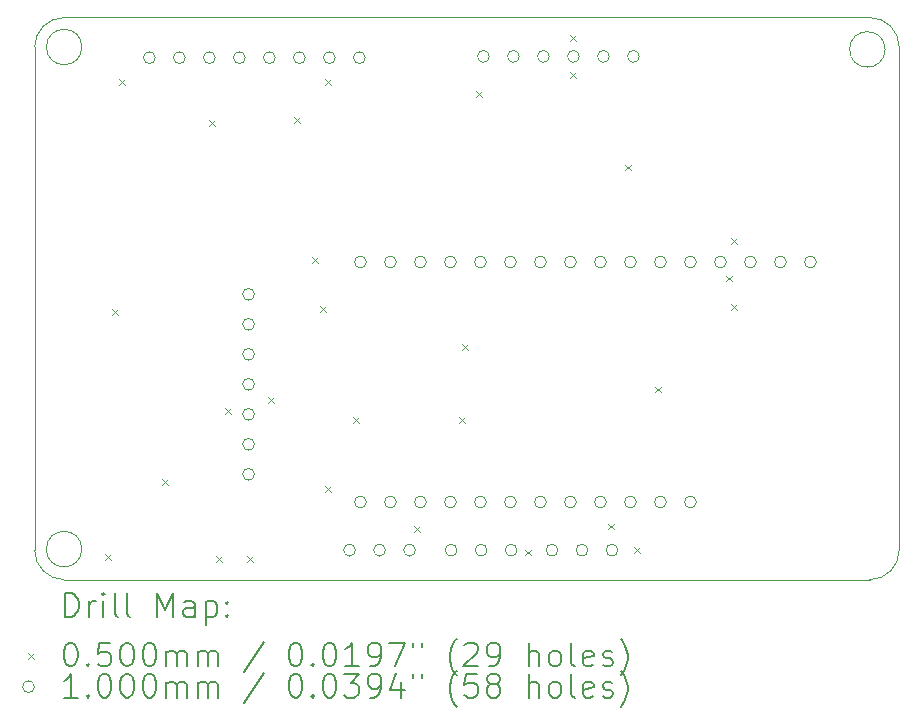
<source format=gbr>
%TF.GenerationSoftware,KiCad,Pcbnew,9.0.7*%
%TF.CreationDate,2026-02-04T13:12:11-08:00*%
%TF.ProjectId,BasicDatalogger,42617369-6344-4617-9461-6c6f67676572,rev?*%
%TF.SameCoordinates,Original*%
%TF.FileFunction,Drillmap*%
%TF.FilePolarity,Positive*%
%FSLAX45Y45*%
G04 Gerber Fmt 4.5, Leading zero omitted, Abs format (unit mm)*
G04 Created by KiCad (PCBNEW 9.0.7) date 2026-02-04 13:12:11*
%MOMM*%
%LPD*%
G01*
G04 APERTURE LIST*
%ADD10C,0.050000*%
%ADD11C,0.200000*%
%ADD12C,0.100000*%
G04 APERTURE END LIST*
D10*
X7340000Y-3180000D02*
G75*
G02*
X7590000Y-2930000I250000J0D01*
G01*
X14660000Y-7440000D02*
G75*
G02*
X14410000Y-7690000I-250000J0D01*
G01*
X7340000Y-7440000D02*
X7340000Y-3180000D01*
X14410000Y-7690000D02*
X7590000Y-7690000D01*
X14660000Y-3180000D02*
X14660000Y-7440000D01*
X14540000Y-3200000D02*
G75*
G02*
X14240000Y-3200000I-150000J0D01*
G01*
X14240000Y-3200000D02*
G75*
G02*
X14540000Y-3200000I150000J0D01*
G01*
X14410000Y-2930000D02*
G75*
G02*
X14660000Y-3180000I0J-250000D01*
G01*
X7590000Y-7690000D02*
G75*
G02*
X7340000Y-7440000I0J250000D01*
G01*
X7740000Y-3180000D02*
G75*
G02*
X7440000Y-3180000I-150000J0D01*
G01*
X7440000Y-3180000D02*
G75*
G02*
X7740000Y-3180000I150000J0D01*
G01*
X7738890Y-7431080D02*
G75*
G02*
X7438890Y-7431080I-150000J0D01*
G01*
X7438890Y-7431080D02*
G75*
G02*
X7738890Y-7431080I150000J0D01*
G01*
X7590000Y-2930000D02*
X14410000Y-2930000D01*
D11*
D12*
X7935000Y-7475000D02*
X7985000Y-7525000D01*
X7985000Y-7475000D02*
X7935000Y-7525000D01*
X7995000Y-5395000D02*
X8045000Y-5445000D01*
X8045000Y-5395000D02*
X7995000Y-5445000D01*
X8055000Y-3455000D02*
X8105000Y-3505000D01*
X8105000Y-3455000D02*
X8055000Y-3505000D01*
X8415000Y-6835000D02*
X8465000Y-6885000D01*
X8465000Y-6835000D02*
X8415000Y-6885000D01*
X8815000Y-3795000D02*
X8865000Y-3845000D01*
X8865000Y-3795000D02*
X8815000Y-3845000D01*
X8878905Y-7493241D02*
X8928905Y-7543241D01*
X8928905Y-7493241D02*
X8878905Y-7543241D01*
X8955000Y-6235000D02*
X9005000Y-6285000D01*
X9005000Y-6235000D02*
X8955000Y-6285000D01*
X9135158Y-7493241D02*
X9185158Y-7543241D01*
X9185158Y-7493241D02*
X9135158Y-7543241D01*
X9315000Y-6145000D02*
X9365000Y-6195000D01*
X9365000Y-6145000D02*
X9315000Y-6195000D01*
X9535000Y-3775000D02*
X9585000Y-3825000D01*
X9585000Y-3775000D02*
X9535000Y-3825000D01*
X9685000Y-4955000D02*
X9735000Y-5005000D01*
X9735000Y-4955000D02*
X9685000Y-5005000D01*
X9755000Y-5372241D02*
X9805000Y-5422241D01*
X9805000Y-5372241D02*
X9755000Y-5422241D01*
X9795000Y-3455000D02*
X9845000Y-3505000D01*
X9845000Y-3455000D02*
X9795000Y-3505000D01*
X9795000Y-6895000D02*
X9845000Y-6945000D01*
X9845000Y-6895000D02*
X9795000Y-6945000D01*
X10035000Y-6315000D02*
X10085000Y-6365000D01*
X10085000Y-6315000D02*
X10035000Y-6365000D01*
X10555000Y-7235000D02*
X10605000Y-7285000D01*
X10605000Y-7235000D02*
X10555000Y-7285000D01*
X10935000Y-6315000D02*
X10985000Y-6365000D01*
X10985000Y-6315000D02*
X10935000Y-6365000D01*
X10955000Y-5695000D02*
X11005000Y-5745000D01*
X11005000Y-5695000D02*
X10955000Y-5745000D01*
X11075000Y-3555000D02*
X11125000Y-3605000D01*
X11125000Y-3555000D02*
X11075000Y-3605000D01*
X11495000Y-7435000D02*
X11545000Y-7485000D01*
X11545000Y-7435000D02*
X11495000Y-7485000D01*
X11875000Y-3075000D02*
X11925000Y-3125000D01*
X11925000Y-3075000D02*
X11875000Y-3125000D01*
X11875000Y-3395000D02*
X11925000Y-3445000D01*
X11925000Y-3395000D02*
X11875000Y-3445000D01*
X12195000Y-7215000D02*
X12245000Y-7265000D01*
X12245000Y-7215000D02*
X12195000Y-7265000D01*
X12335000Y-4175000D02*
X12385000Y-4225000D01*
X12385000Y-4175000D02*
X12335000Y-4225000D01*
X12415000Y-7415000D02*
X12465000Y-7465000D01*
X12465000Y-7415000D02*
X12415000Y-7465000D01*
X12595000Y-6055000D02*
X12645000Y-6105000D01*
X12645000Y-6055000D02*
X12595000Y-6105000D01*
X13195000Y-5115000D02*
X13245000Y-5165000D01*
X13245000Y-5115000D02*
X13195000Y-5165000D01*
X13235000Y-4795000D02*
X13285000Y-4845000D01*
X13285000Y-4795000D02*
X13235000Y-4845000D01*
X13235000Y-5355000D02*
X13285000Y-5405000D01*
X13285000Y-5355000D02*
X13235000Y-5405000D01*
X8361000Y-3270000D02*
G75*
G02*
X8261000Y-3270000I-50000J0D01*
G01*
X8261000Y-3270000D02*
G75*
G02*
X8361000Y-3270000I50000J0D01*
G01*
X8615000Y-3270000D02*
G75*
G02*
X8515000Y-3270000I-50000J0D01*
G01*
X8515000Y-3270000D02*
G75*
G02*
X8615000Y-3270000I50000J0D01*
G01*
X8869000Y-3270000D02*
G75*
G02*
X8769000Y-3270000I-50000J0D01*
G01*
X8769000Y-3270000D02*
G75*
G02*
X8869000Y-3270000I50000J0D01*
G01*
X9123000Y-3270000D02*
G75*
G02*
X9023000Y-3270000I-50000J0D01*
G01*
X9023000Y-3270000D02*
G75*
G02*
X9123000Y-3270000I50000J0D01*
G01*
X9201380Y-5273241D02*
G75*
G02*
X9101380Y-5273241I-50000J0D01*
G01*
X9101380Y-5273241D02*
G75*
G02*
X9201380Y-5273241I50000J0D01*
G01*
X9201380Y-5527241D02*
G75*
G02*
X9101380Y-5527241I-50000J0D01*
G01*
X9101380Y-5527241D02*
G75*
G02*
X9201380Y-5527241I50000J0D01*
G01*
X9201380Y-5781241D02*
G75*
G02*
X9101380Y-5781241I-50000J0D01*
G01*
X9101380Y-5781241D02*
G75*
G02*
X9201380Y-5781241I50000J0D01*
G01*
X9201380Y-6035241D02*
G75*
G02*
X9101380Y-6035241I-50000J0D01*
G01*
X9101380Y-6035241D02*
G75*
G02*
X9201380Y-6035241I50000J0D01*
G01*
X9201380Y-6289241D02*
G75*
G02*
X9101380Y-6289241I-50000J0D01*
G01*
X9101380Y-6289241D02*
G75*
G02*
X9201380Y-6289241I50000J0D01*
G01*
X9201380Y-6543241D02*
G75*
G02*
X9101380Y-6543241I-50000J0D01*
G01*
X9101380Y-6543241D02*
G75*
G02*
X9201380Y-6543241I50000J0D01*
G01*
X9201380Y-6797241D02*
G75*
G02*
X9101380Y-6797241I-50000J0D01*
G01*
X9101380Y-6797241D02*
G75*
G02*
X9201380Y-6797241I50000J0D01*
G01*
X9377000Y-3270000D02*
G75*
G02*
X9277000Y-3270000I-50000J0D01*
G01*
X9277000Y-3270000D02*
G75*
G02*
X9377000Y-3270000I50000J0D01*
G01*
X9631000Y-3270000D02*
G75*
G02*
X9531000Y-3270000I-50000J0D01*
G01*
X9531000Y-3270000D02*
G75*
G02*
X9631000Y-3270000I50000J0D01*
G01*
X9885000Y-3270000D02*
G75*
G02*
X9785000Y-3270000I-50000J0D01*
G01*
X9785000Y-3270000D02*
G75*
G02*
X9885000Y-3270000I50000J0D01*
G01*
X10056000Y-7440000D02*
G75*
G02*
X9956000Y-7440000I-50000J0D01*
G01*
X9956000Y-7440000D02*
G75*
G02*
X10056000Y-7440000I50000J0D01*
G01*
X10139000Y-3270000D02*
G75*
G02*
X10039000Y-3270000I-50000J0D01*
G01*
X10039000Y-3270000D02*
G75*
G02*
X10139000Y-3270000I50000J0D01*
G01*
X10148000Y-5000000D02*
G75*
G02*
X10048000Y-5000000I-50000J0D01*
G01*
X10048000Y-5000000D02*
G75*
G02*
X10148000Y-5000000I50000J0D01*
G01*
X10148000Y-7032000D02*
G75*
G02*
X10048000Y-7032000I-50000J0D01*
G01*
X10048000Y-7032000D02*
G75*
G02*
X10148000Y-7032000I50000J0D01*
G01*
X10310000Y-7440000D02*
G75*
G02*
X10210000Y-7440000I-50000J0D01*
G01*
X10210000Y-7440000D02*
G75*
G02*
X10310000Y-7440000I50000J0D01*
G01*
X10402000Y-5000000D02*
G75*
G02*
X10302000Y-5000000I-50000J0D01*
G01*
X10302000Y-5000000D02*
G75*
G02*
X10402000Y-5000000I50000J0D01*
G01*
X10402000Y-7032000D02*
G75*
G02*
X10302000Y-7032000I-50000J0D01*
G01*
X10302000Y-7032000D02*
G75*
G02*
X10402000Y-7032000I50000J0D01*
G01*
X10564000Y-7440000D02*
G75*
G02*
X10464000Y-7440000I-50000J0D01*
G01*
X10464000Y-7440000D02*
G75*
G02*
X10564000Y-7440000I50000J0D01*
G01*
X10656000Y-5000000D02*
G75*
G02*
X10556000Y-5000000I-50000J0D01*
G01*
X10556000Y-5000000D02*
G75*
G02*
X10656000Y-5000000I50000J0D01*
G01*
X10656000Y-7032000D02*
G75*
G02*
X10556000Y-7032000I-50000J0D01*
G01*
X10556000Y-7032000D02*
G75*
G02*
X10656000Y-7032000I50000J0D01*
G01*
X10910000Y-5000000D02*
G75*
G02*
X10810000Y-5000000I-50000J0D01*
G01*
X10810000Y-5000000D02*
G75*
G02*
X10910000Y-5000000I50000J0D01*
G01*
X10910000Y-7032000D02*
G75*
G02*
X10810000Y-7032000I-50000J0D01*
G01*
X10810000Y-7032000D02*
G75*
G02*
X10910000Y-7032000I50000J0D01*
G01*
X10916000Y-7440000D02*
G75*
G02*
X10816000Y-7440000I-50000J0D01*
G01*
X10816000Y-7440000D02*
G75*
G02*
X10916000Y-7440000I50000J0D01*
G01*
X11164000Y-5000000D02*
G75*
G02*
X11064000Y-5000000I-50000J0D01*
G01*
X11064000Y-5000000D02*
G75*
G02*
X11164000Y-5000000I50000J0D01*
G01*
X11164000Y-7032000D02*
G75*
G02*
X11064000Y-7032000I-50000J0D01*
G01*
X11064000Y-7032000D02*
G75*
G02*
X11164000Y-7032000I50000J0D01*
G01*
X11170000Y-7440000D02*
G75*
G02*
X11070000Y-7440000I-50000J0D01*
G01*
X11070000Y-7440000D02*
G75*
G02*
X11170000Y-7440000I50000J0D01*
G01*
X11190000Y-3260000D02*
G75*
G02*
X11090000Y-3260000I-50000J0D01*
G01*
X11090000Y-3260000D02*
G75*
G02*
X11190000Y-3260000I50000J0D01*
G01*
X11418000Y-5000000D02*
G75*
G02*
X11318000Y-5000000I-50000J0D01*
G01*
X11318000Y-5000000D02*
G75*
G02*
X11418000Y-5000000I50000J0D01*
G01*
X11418000Y-7032000D02*
G75*
G02*
X11318000Y-7032000I-50000J0D01*
G01*
X11318000Y-7032000D02*
G75*
G02*
X11418000Y-7032000I50000J0D01*
G01*
X11424000Y-7440000D02*
G75*
G02*
X11324000Y-7440000I-50000J0D01*
G01*
X11324000Y-7440000D02*
G75*
G02*
X11424000Y-7440000I50000J0D01*
G01*
X11444000Y-3260000D02*
G75*
G02*
X11344000Y-3260000I-50000J0D01*
G01*
X11344000Y-3260000D02*
G75*
G02*
X11444000Y-3260000I50000J0D01*
G01*
X11672000Y-5000000D02*
G75*
G02*
X11572000Y-5000000I-50000J0D01*
G01*
X11572000Y-5000000D02*
G75*
G02*
X11672000Y-5000000I50000J0D01*
G01*
X11672000Y-7032000D02*
G75*
G02*
X11572000Y-7032000I-50000J0D01*
G01*
X11572000Y-7032000D02*
G75*
G02*
X11672000Y-7032000I50000J0D01*
G01*
X11698000Y-3260000D02*
G75*
G02*
X11598000Y-3260000I-50000J0D01*
G01*
X11598000Y-3260000D02*
G75*
G02*
X11698000Y-3260000I50000J0D01*
G01*
X11770000Y-7440000D02*
G75*
G02*
X11670000Y-7440000I-50000J0D01*
G01*
X11670000Y-7440000D02*
G75*
G02*
X11770000Y-7440000I50000J0D01*
G01*
X11926000Y-5000000D02*
G75*
G02*
X11826000Y-5000000I-50000J0D01*
G01*
X11826000Y-5000000D02*
G75*
G02*
X11926000Y-5000000I50000J0D01*
G01*
X11926000Y-7032000D02*
G75*
G02*
X11826000Y-7032000I-50000J0D01*
G01*
X11826000Y-7032000D02*
G75*
G02*
X11926000Y-7032000I50000J0D01*
G01*
X11952000Y-3260000D02*
G75*
G02*
X11852000Y-3260000I-50000J0D01*
G01*
X11852000Y-3260000D02*
G75*
G02*
X11952000Y-3260000I50000J0D01*
G01*
X12024000Y-7440000D02*
G75*
G02*
X11924000Y-7440000I-50000J0D01*
G01*
X11924000Y-7440000D02*
G75*
G02*
X12024000Y-7440000I50000J0D01*
G01*
X12180000Y-5000000D02*
G75*
G02*
X12080000Y-5000000I-50000J0D01*
G01*
X12080000Y-5000000D02*
G75*
G02*
X12180000Y-5000000I50000J0D01*
G01*
X12180000Y-7032000D02*
G75*
G02*
X12080000Y-7032000I-50000J0D01*
G01*
X12080000Y-7032000D02*
G75*
G02*
X12180000Y-7032000I50000J0D01*
G01*
X12206000Y-3260000D02*
G75*
G02*
X12106000Y-3260000I-50000J0D01*
G01*
X12106000Y-3260000D02*
G75*
G02*
X12206000Y-3260000I50000J0D01*
G01*
X12278000Y-7440000D02*
G75*
G02*
X12178000Y-7440000I-50000J0D01*
G01*
X12178000Y-7440000D02*
G75*
G02*
X12278000Y-7440000I50000J0D01*
G01*
X12434000Y-5000000D02*
G75*
G02*
X12334000Y-5000000I-50000J0D01*
G01*
X12334000Y-5000000D02*
G75*
G02*
X12434000Y-5000000I50000J0D01*
G01*
X12434000Y-7032000D02*
G75*
G02*
X12334000Y-7032000I-50000J0D01*
G01*
X12334000Y-7032000D02*
G75*
G02*
X12434000Y-7032000I50000J0D01*
G01*
X12460000Y-3260000D02*
G75*
G02*
X12360000Y-3260000I-50000J0D01*
G01*
X12360000Y-3260000D02*
G75*
G02*
X12460000Y-3260000I50000J0D01*
G01*
X12688000Y-5000000D02*
G75*
G02*
X12588000Y-5000000I-50000J0D01*
G01*
X12588000Y-5000000D02*
G75*
G02*
X12688000Y-5000000I50000J0D01*
G01*
X12688000Y-7032000D02*
G75*
G02*
X12588000Y-7032000I-50000J0D01*
G01*
X12588000Y-7032000D02*
G75*
G02*
X12688000Y-7032000I50000J0D01*
G01*
X12942000Y-5000000D02*
G75*
G02*
X12842000Y-5000000I-50000J0D01*
G01*
X12842000Y-5000000D02*
G75*
G02*
X12942000Y-5000000I50000J0D01*
G01*
X12942000Y-7032000D02*
G75*
G02*
X12842000Y-7032000I-50000J0D01*
G01*
X12842000Y-7032000D02*
G75*
G02*
X12942000Y-7032000I50000J0D01*
G01*
X13196000Y-5000000D02*
G75*
G02*
X13096000Y-5000000I-50000J0D01*
G01*
X13096000Y-5000000D02*
G75*
G02*
X13196000Y-5000000I50000J0D01*
G01*
X13450000Y-5000000D02*
G75*
G02*
X13350000Y-5000000I-50000J0D01*
G01*
X13350000Y-5000000D02*
G75*
G02*
X13450000Y-5000000I50000J0D01*
G01*
X13704000Y-5000000D02*
G75*
G02*
X13604000Y-5000000I-50000J0D01*
G01*
X13604000Y-5000000D02*
G75*
G02*
X13704000Y-5000000I50000J0D01*
G01*
X13958000Y-5000000D02*
G75*
G02*
X13858000Y-5000000I-50000J0D01*
G01*
X13858000Y-5000000D02*
G75*
G02*
X13958000Y-5000000I50000J0D01*
G01*
D11*
X7598277Y-8003984D02*
X7598277Y-7803984D01*
X7598277Y-7803984D02*
X7645896Y-7803984D01*
X7645896Y-7803984D02*
X7674467Y-7813508D01*
X7674467Y-7813508D02*
X7693515Y-7832555D01*
X7693515Y-7832555D02*
X7703039Y-7851603D01*
X7703039Y-7851603D02*
X7712562Y-7889698D01*
X7712562Y-7889698D02*
X7712562Y-7918269D01*
X7712562Y-7918269D02*
X7703039Y-7956365D01*
X7703039Y-7956365D02*
X7693515Y-7975412D01*
X7693515Y-7975412D02*
X7674467Y-7994460D01*
X7674467Y-7994460D02*
X7645896Y-8003984D01*
X7645896Y-8003984D02*
X7598277Y-8003984D01*
X7798277Y-8003984D02*
X7798277Y-7870650D01*
X7798277Y-7908746D02*
X7807801Y-7889698D01*
X7807801Y-7889698D02*
X7817324Y-7880174D01*
X7817324Y-7880174D02*
X7836372Y-7870650D01*
X7836372Y-7870650D02*
X7855420Y-7870650D01*
X7922086Y-8003984D02*
X7922086Y-7870650D01*
X7922086Y-7803984D02*
X7912562Y-7813508D01*
X7912562Y-7813508D02*
X7922086Y-7823031D01*
X7922086Y-7823031D02*
X7931610Y-7813508D01*
X7931610Y-7813508D02*
X7922086Y-7803984D01*
X7922086Y-7803984D02*
X7922086Y-7823031D01*
X8045896Y-8003984D02*
X8026848Y-7994460D01*
X8026848Y-7994460D02*
X8017324Y-7975412D01*
X8017324Y-7975412D02*
X8017324Y-7803984D01*
X8150658Y-8003984D02*
X8131610Y-7994460D01*
X8131610Y-7994460D02*
X8122086Y-7975412D01*
X8122086Y-7975412D02*
X8122086Y-7803984D01*
X8379229Y-8003984D02*
X8379229Y-7803984D01*
X8379229Y-7803984D02*
X8445896Y-7946841D01*
X8445896Y-7946841D02*
X8512563Y-7803984D01*
X8512563Y-7803984D02*
X8512563Y-8003984D01*
X8693515Y-8003984D02*
X8693515Y-7899222D01*
X8693515Y-7899222D02*
X8683991Y-7880174D01*
X8683991Y-7880174D02*
X8664944Y-7870650D01*
X8664944Y-7870650D02*
X8626848Y-7870650D01*
X8626848Y-7870650D02*
X8607801Y-7880174D01*
X8693515Y-7994460D02*
X8674467Y-8003984D01*
X8674467Y-8003984D02*
X8626848Y-8003984D01*
X8626848Y-8003984D02*
X8607801Y-7994460D01*
X8607801Y-7994460D02*
X8598277Y-7975412D01*
X8598277Y-7975412D02*
X8598277Y-7956365D01*
X8598277Y-7956365D02*
X8607801Y-7937317D01*
X8607801Y-7937317D02*
X8626848Y-7927793D01*
X8626848Y-7927793D02*
X8674467Y-7927793D01*
X8674467Y-7927793D02*
X8693515Y-7918269D01*
X8788753Y-7870650D02*
X8788753Y-8070650D01*
X8788753Y-7880174D02*
X8807801Y-7870650D01*
X8807801Y-7870650D02*
X8845896Y-7870650D01*
X8845896Y-7870650D02*
X8864944Y-7880174D01*
X8864944Y-7880174D02*
X8874467Y-7889698D01*
X8874467Y-7889698D02*
X8883991Y-7908746D01*
X8883991Y-7908746D02*
X8883991Y-7965888D01*
X8883991Y-7965888D02*
X8874467Y-7984936D01*
X8874467Y-7984936D02*
X8864944Y-7994460D01*
X8864944Y-7994460D02*
X8845896Y-8003984D01*
X8845896Y-8003984D02*
X8807801Y-8003984D01*
X8807801Y-8003984D02*
X8788753Y-7994460D01*
X8969705Y-7984936D02*
X8979229Y-7994460D01*
X8979229Y-7994460D02*
X8969705Y-8003984D01*
X8969705Y-8003984D02*
X8960182Y-7994460D01*
X8960182Y-7994460D02*
X8969705Y-7984936D01*
X8969705Y-7984936D02*
X8969705Y-8003984D01*
X8969705Y-7880174D02*
X8979229Y-7889698D01*
X8979229Y-7889698D02*
X8969705Y-7899222D01*
X8969705Y-7899222D02*
X8960182Y-7889698D01*
X8960182Y-7889698D02*
X8969705Y-7880174D01*
X8969705Y-7880174D02*
X8969705Y-7899222D01*
D12*
X7287500Y-8307500D02*
X7337500Y-8357500D01*
X7337500Y-8307500D02*
X7287500Y-8357500D01*
D11*
X7636372Y-8223984D02*
X7655420Y-8223984D01*
X7655420Y-8223984D02*
X7674467Y-8233508D01*
X7674467Y-8233508D02*
X7683991Y-8243031D01*
X7683991Y-8243031D02*
X7693515Y-8262079D01*
X7693515Y-8262079D02*
X7703039Y-8300174D01*
X7703039Y-8300174D02*
X7703039Y-8347793D01*
X7703039Y-8347793D02*
X7693515Y-8385888D01*
X7693515Y-8385888D02*
X7683991Y-8404936D01*
X7683991Y-8404936D02*
X7674467Y-8414460D01*
X7674467Y-8414460D02*
X7655420Y-8423984D01*
X7655420Y-8423984D02*
X7636372Y-8423984D01*
X7636372Y-8423984D02*
X7617324Y-8414460D01*
X7617324Y-8414460D02*
X7607801Y-8404936D01*
X7607801Y-8404936D02*
X7598277Y-8385888D01*
X7598277Y-8385888D02*
X7588753Y-8347793D01*
X7588753Y-8347793D02*
X7588753Y-8300174D01*
X7588753Y-8300174D02*
X7598277Y-8262079D01*
X7598277Y-8262079D02*
X7607801Y-8243031D01*
X7607801Y-8243031D02*
X7617324Y-8233508D01*
X7617324Y-8233508D02*
X7636372Y-8223984D01*
X7788753Y-8404936D02*
X7798277Y-8414460D01*
X7798277Y-8414460D02*
X7788753Y-8423984D01*
X7788753Y-8423984D02*
X7779229Y-8414460D01*
X7779229Y-8414460D02*
X7788753Y-8404936D01*
X7788753Y-8404936D02*
X7788753Y-8423984D01*
X7979229Y-8223984D02*
X7883991Y-8223984D01*
X7883991Y-8223984D02*
X7874467Y-8319222D01*
X7874467Y-8319222D02*
X7883991Y-8309698D01*
X7883991Y-8309698D02*
X7903039Y-8300174D01*
X7903039Y-8300174D02*
X7950658Y-8300174D01*
X7950658Y-8300174D02*
X7969705Y-8309698D01*
X7969705Y-8309698D02*
X7979229Y-8319222D01*
X7979229Y-8319222D02*
X7988753Y-8338269D01*
X7988753Y-8338269D02*
X7988753Y-8385888D01*
X7988753Y-8385888D02*
X7979229Y-8404936D01*
X7979229Y-8404936D02*
X7969705Y-8414460D01*
X7969705Y-8414460D02*
X7950658Y-8423984D01*
X7950658Y-8423984D02*
X7903039Y-8423984D01*
X7903039Y-8423984D02*
X7883991Y-8414460D01*
X7883991Y-8414460D02*
X7874467Y-8404936D01*
X8112562Y-8223984D02*
X8131610Y-8223984D01*
X8131610Y-8223984D02*
X8150658Y-8233508D01*
X8150658Y-8233508D02*
X8160182Y-8243031D01*
X8160182Y-8243031D02*
X8169705Y-8262079D01*
X8169705Y-8262079D02*
X8179229Y-8300174D01*
X8179229Y-8300174D02*
X8179229Y-8347793D01*
X8179229Y-8347793D02*
X8169705Y-8385888D01*
X8169705Y-8385888D02*
X8160182Y-8404936D01*
X8160182Y-8404936D02*
X8150658Y-8414460D01*
X8150658Y-8414460D02*
X8131610Y-8423984D01*
X8131610Y-8423984D02*
X8112562Y-8423984D01*
X8112562Y-8423984D02*
X8093515Y-8414460D01*
X8093515Y-8414460D02*
X8083991Y-8404936D01*
X8083991Y-8404936D02*
X8074467Y-8385888D01*
X8074467Y-8385888D02*
X8064943Y-8347793D01*
X8064943Y-8347793D02*
X8064943Y-8300174D01*
X8064943Y-8300174D02*
X8074467Y-8262079D01*
X8074467Y-8262079D02*
X8083991Y-8243031D01*
X8083991Y-8243031D02*
X8093515Y-8233508D01*
X8093515Y-8233508D02*
X8112562Y-8223984D01*
X8303039Y-8223984D02*
X8322086Y-8223984D01*
X8322086Y-8223984D02*
X8341134Y-8233508D01*
X8341134Y-8233508D02*
X8350658Y-8243031D01*
X8350658Y-8243031D02*
X8360182Y-8262079D01*
X8360182Y-8262079D02*
X8369705Y-8300174D01*
X8369705Y-8300174D02*
X8369705Y-8347793D01*
X8369705Y-8347793D02*
X8360182Y-8385888D01*
X8360182Y-8385888D02*
X8350658Y-8404936D01*
X8350658Y-8404936D02*
X8341134Y-8414460D01*
X8341134Y-8414460D02*
X8322086Y-8423984D01*
X8322086Y-8423984D02*
X8303039Y-8423984D01*
X8303039Y-8423984D02*
X8283991Y-8414460D01*
X8283991Y-8414460D02*
X8274467Y-8404936D01*
X8274467Y-8404936D02*
X8264943Y-8385888D01*
X8264943Y-8385888D02*
X8255420Y-8347793D01*
X8255420Y-8347793D02*
X8255420Y-8300174D01*
X8255420Y-8300174D02*
X8264943Y-8262079D01*
X8264943Y-8262079D02*
X8274467Y-8243031D01*
X8274467Y-8243031D02*
X8283991Y-8233508D01*
X8283991Y-8233508D02*
X8303039Y-8223984D01*
X8455420Y-8423984D02*
X8455420Y-8290650D01*
X8455420Y-8309698D02*
X8464944Y-8300174D01*
X8464944Y-8300174D02*
X8483991Y-8290650D01*
X8483991Y-8290650D02*
X8512563Y-8290650D01*
X8512563Y-8290650D02*
X8531610Y-8300174D01*
X8531610Y-8300174D02*
X8541134Y-8319222D01*
X8541134Y-8319222D02*
X8541134Y-8423984D01*
X8541134Y-8319222D02*
X8550658Y-8300174D01*
X8550658Y-8300174D02*
X8569705Y-8290650D01*
X8569705Y-8290650D02*
X8598277Y-8290650D01*
X8598277Y-8290650D02*
X8617325Y-8300174D01*
X8617325Y-8300174D02*
X8626848Y-8319222D01*
X8626848Y-8319222D02*
X8626848Y-8423984D01*
X8722086Y-8423984D02*
X8722086Y-8290650D01*
X8722086Y-8309698D02*
X8731610Y-8300174D01*
X8731610Y-8300174D02*
X8750658Y-8290650D01*
X8750658Y-8290650D02*
X8779229Y-8290650D01*
X8779229Y-8290650D02*
X8798277Y-8300174D01*
X8798277Y-8300174D02*
X8807801Y-8319222D01*
X8807801Y-8319222D02*
X8807801Y-8423984D01*
X8807801Y-8319222D02*
X8817325Y-8300174D01*
X8817325Y-8300174D02*
X8836372Y-8290650D01*
X8836372Y-8290650D02*
X8864944Y-8290650D01*
X8864944Y-8290650D02*
X8883991Y-8300174D01*
X8883991Y-8300174D02*
X8893515Y-8319222D01*
X8893515Y-8319222D02*
X8893515Y-8423984D01*
X9283991Y-8214460D02*
X9112563Y-8471603D01*
X9541134Y-8223984D02*
X9560182Y-8223984D01*
X9560182Y-8223984D02*
X9579229Y-8233508D01*
X9579229Y-8233508D02*
X9588753Y-8243031D01*
X9588753Y-8243031D02*
X9598277Y-8262079D01*
X9598277Y-8262079D02*
X9607801Y-8300174D01*
X9607801Y-8300174D02*
X9607801Y-8347793D01*
X9607801Y-8347793D02*
X9598277Y-8385888D01*
X9598277Y-8385888D02*
X9588753Y-8404936D01*
X9588753Y-8404936D02*
X9579229Y-8414460D01*
X9579229Y-8414460D02*
X9560182Y-8423984D01*
X9560182Y-8423984D02*
X9541134Y-8423984D01*
X9541134Y-8423984D02*
X9522087Y-8414460D01*
X9522087Y-8414460D02*
X9512563Y-8404936D01*
X9512563Y-8404936D02*
X9503039Y-8385888D01*
X9503039Y-8385888D02*
X9493515Y-8347793D01*
X9493515Y-8347793D02*
X9493515Y-8300174D01*
X9493515Y-8300174D02*
X9503039Y-8262079D01*
X9503039Y-8262079D02*
X9512563Y-8243031D01*
X9512563Y-8243031D02*
X9522087Y-8233508D01*
X9522087Y-8233508D02*
X9541134Y-8223984D01*
X9693515Y-8404936D02*
X9703039Y-8414460D01*
X9703039Y-8414460D02*
X9693515Y-8423984D01*
X9693515Y-8423984D02*
X9683991Y-8414460D01*
X9683991Y-8414460D02*
X9693515Y-8404936D01*
X9693515Y-8404936D02*
X9693515Y-8423984D01*
X9826848Y-8223984D02*
X9845896Y-8223984D01*
X9845896Y-8223984D02*
X9864944Y-8233508D01*
X9864944Y-8233508D02*
X9874468Y-8243031D01*
X9874468Y-8243031D02*
X9883991Y-8262079D01*
X9883991Y-8262079D02*
X9893515Y-8300174D01*
X9893515Y-8300174D02*
X9893515Y-8347793D01*
X9893515Y-8347793D02*
X9883991Y-8385888D01*
X9883991Y-8385888D02*
X9874468Y-8404936D01*
X9874468Y-8404936D02*
X9864944Y-8414460D01*
X9864944Y-8414460D02*
X9845896Y-8423984D01*
X9845896Y-8423984D02*
X9826848Y-8423984D01*
X9826848Y-8423984D02*
X9807801Y-8414460D01*
X9807801Y-8414460D02*
X9798277Y-8404936D01*
X9798277Y-8404936D02*
X9788753Y-8385888D01*
X9788753Y-8385888D02*
X9779229Y-8347793D01*
X9779229Y-8347793D02*
X9779229Y-8300174D01*
X9779229Y-8300174D02*
X9788753Y-8262079D01*
X9788753Y-8262079D02*
X9798277Y-8243031D01*
X9798277Y-8243031D02*
X9807801Y-8233508D01*
X9807801Y-8233508D02*
X9826848Y-8223984D01*
X10083991Y-8423984D02*
X9969706Y-8423984D01*
X10026848Y-8423984D02*
X10026848Y-8223984D01*
X10026848Y-8223984D02*
X10007801Y-8252555D01*
X10007801Y-8252555D02*
X9988753Y-8271603D01*
X9988753Y-8271603D02*
X9969706Y-8281127D01*
X10179229Y-8423984D02*
X10217325Y-8423984D01*
X10217325Y-8423984D02*
X10236372Y-8414460D01*
X10236372Y-8414460D02*
X10245896Y-8404936D01*
X10245896Y-8404936D02*
X10264944Y-8376365D01*
X10264944Y-8376365D02*
X10274468Y-8338269D01*
X10274468Y-8338269D02*
X10274468Y-8262079D01*
X10274468Y-8262079D02*
X10264944Y-8243031D01*
X10264944Y-8243031D02*
X10255420Y-8233508D01*
X10255420Y-8233508D02*
X10236372Y-8223984D01*
X10236372Y-8223984D02*
X10198277Y-8223984D01*
X10198277Y-8223984D02*
X10179229Y-8233508D01*
X10179229Y-8233508D02*
X10169706Y-8243031D01*
X10169706Y-8243031D02*
X10160182Y-8262079D01*
X10160182Y-8262079D02*
X10160182Y-8309698D01*
X10160182Y-8309698D02*
X10169706Y-8328746D01*
X10169706Y-8328746D02*
X10179229Y-8338269D01*
X10179229Y-8338269D02*
X10198277Y-8347793D01*
X10198277Y-8347793D02*
X10236372Y-8347793D01*
X10236372Y-8347793D02*
X10255420Y-8338269D01*
X10255420Y-8338269D02*
X10264944Y-8328746D01*
X10264944Y-8328746D02*
X10274468Y-8309698D01*
X10341134Y-8223984D02*
X10474468Y-8223984D01*
X10474468Y-8223984D02*
X10388753Y-8423984D01*
X10541134Y-8223984D02*
X10541134Y-8262079D01*
X10617325Y-8223984D02*
X10617325Y-8262079D01*
X10912563Y-8500174D02*
X10903039Y-8490650D01*
X10903039Y-8490650D02*
X10883991Y-8462079D01*
X10883991Y-8462079D02*
X10874468Y-8443031D01*
X10874468Y-8443031D02*
X10864944Y-8414460D01*
X10864944Y-8414460D02*
X10855420Y-8366841D01*
X10855420Y-8366841D02*
X10855420Y-8328746D01*
X10855420Y-8328746D02*
X10864944Y-8281127D01*
X10864944Y-8281127D02*
X10874468Y-8252555D01*
X10874468Y-8252555D02*
X10883991Y-8233508D01*
X10883991Y-8233508D02*
X10903039Y-8204936D01*
X10903039Y-8204936D02*
X10912563Y-8195412D01*
X10979230Y-8243031D02*
X10988753Y-8233508D01*
X10988753Y-8233508D02*
X11007801Y-8223984D01*
X11007801Y-8223984D02*
X11055420Y-8223984D01*
X11055420Y-8223984D02*
X11074468Y-8233508D01*
X11074468Y-8233508D02*
X11083991Y-8243031D01*
X11083991Y-8243031D02*
X11093515Y-8262079D01*
X11093515Y-8262079D02*
X11093515Y-8281127D01*
X11093515Y-8281127D02*
X11083991Y-8309698D01*
X11083991Y-8309698D02*
X10969706Y-8423984D01*
X10969706Y-8423984D02*
X11093515Y-8423984D01*
X11188753Y-8423984D02*
X11226848Y-8423984D01*
X11226848Y-8423984D02*
X11245896Y-8414460D01*
X11245896Y-8414460D02*
X11255420Y-8404936D01*
X11255420Y-8404936D02*
X11274468Y-8376365D01*
X11274468Y-8376365D02*
X11283991Y-8338269D01*
X11283991Y-8338269D02*
X11283991Y-8262079D01*
X11283991Y-8262079D02*
X11274468Y-8243031D01*
X11274468Y-8243031D02*
X11264944Y-8233508D01*
X11264944Y-8233508D02*
X11245896Y-8223984D01*
X11245896Y-8223984D02*
X11207801Y-8223984D01*
X11207801Y-8223984D02*
X11188753Y-8233508D01*
X11188753Y-8233508D02*
X11179230Y-8243031D01*
X11179230Y-8243031D02*
X11169706Y-8262079D01*
X11169706Y-8262079D02*
X11169706Y-8309698D01*
X11169706Y-8309698D02*
X11179230Y-8328746D01*
X11179230Y-8328746D02*
X11188753Y-8338269D01*
X11188753Y-8338269D02*
X11207801Y-8347793D01*
X11207801Y-8347793D02*
X11245896Y-8347793D01*
X11245896Y-8347793D02*
X11264944Y-8338269D01*
X11264944Y-8338269D02*
X11274468Y-8328746D01*
X11274468Y-8328746D02*
X11283991Y-8309698D01*
X11522087Y-8423984D02*
X11522087Y-8223984D01*
X11607801Y-8423984D02*
X11607801Y-8319222D01*
X11607801Y-8319222D02*
X11598277Y-8300174D01*
X11598277Y-8300174D02*
X11579230Y-8290650D01*
X11579230Y-8290650D02*
X11550658Y-8290650D01*
X11550658Y-8290650D02*
X11531610Y-8300174D01*
X11531610Y-8300174D02*
X11522087Y-8309698D01*
X11731610Y-8423984D02*
X11712563Y-8414460D01*
X11712563Y-8414460D02*
X11703039Y-8404936D01*
X11703039Y-8404936D02*
X11693515Y-8385888D01*
X11693515Y-8385888D02*
X11693515Y-8328746D01*
X11693515Y-8328746D02*
X11703039Y-8309698D01*
X11703039Y-8309698D02*
X11712563Y-8300174D01*
X11712563Y-8300174D02*
X11731610Y-8290650D01*
X11731610Y-8290650D02*
X11760182Y-8290650D01*
X11760182Y-8290650D02*
X11779230Y-8300174D01*
X11779230Y-8300174D02*
X11788753Y-8309698D01*
X11788753Y-8309698D02*
X11798277Y-8328746D01*
X11798277Y-8328746D02*
X11798277Y-8385888D01*
X11798277Y-8385888D02*
X11788753Y-8404936D01*
X11788753Y-8404936D02*
X11779230Y-8414460D01*
X11779230Y-8414460D02*
X11760182Y-8423984D01*
X11760182Y-8423984D02*
X11731610Y-8423984D01*
X11912563Y-8423984D02*
X11893515Y-8414460D01*
X11893515Y-8414460D02*
X11883991Y-8395412D01*
X11883991Y-8395412D02*
X11883991Y-8223984D01*
X12064944Y-8414460D02*
X12045896Y-8423984D01*
X12045896Y-8423984D02*
X12007801Y-8423984D01*
X12007801Y-8423984D02*
X11988753Y-8414460D01*
X11988753Y-8414460D02*
X11979230Y-8395412D01*
X11979230Y-8395412D02*
X11979230Y-8319222D01*
X11979230Y-8319222D02*
X11988753Y-8300174D01*
X11988753Y-8300174D02*
X12007801Y-8290650D01*
X12007801Y-8290650D02*
X12045896Y-8290650D01*
X12045896Y-8290650D02*
X12064944Y-8300174D01*
X12064944Y-8300174D02*
X12074468Y-8319222D01*
X12074468Y-8319222D02*
X12074468Y-8338269D01*
X12074468Y-8338269D02*
X11979230Y-8357317D01*
X12150658Y-8414460D02*
X12169706Y-8423984D01*
X12169706Y-8423984D02*
X12207801Y-8423984D01*
X12207801Y-8423984D02*
X12226849Y-8414460D01*
X12226849Y-8414460D02*
X12236372Y-8395412D01*
X12236372Y-8395412D02*
X12236372Y-8385888D01*
X12236372Y-8385888D02*
X12226849Y-8366841D01*
X12226849Y-8366841D02*
X12207801Y-8357317D01*
X12207801Y-8357317D02*
X12179230Y-8357317D01*
X12179230Y-8357317D02*
X12160182Y-8347793D01*
X12160182Y-8347793D02*
X12150658Y-8328746D01*
X12150658Y-8328746D02*
X12150658Y-8319222D01*
X12150658Y-8319222D02*
X12160182Y-8300174D01*
X12160182Y-8300174D02*
X12179230Y-8290650D01*
X12179230Y-8290650D02*
X12207801Y-8290650D01*
X12207801Y-8290650D02*
X12226849Y-8300174D01*
X12303039Y-8500174D02*
X12312563Y-8490650D01*
X12312563Y-8490650D02*
X12331611Y-8462079D01*
X12331611Y-8462079D02*
X12341134Y-8443031D01*
X12341134Y-8443031D02*
X12350658Y-8414460D01*
X12350658Y-8414460D02*
X12360182Y-8366841D01*
X12360182Y-8366841D02*
X12360182Y-8328746D01*
X12360182Y-8328746D02*
X12350658Y-8281127D01*
X12350658Y-8281127D02*
X12341134Y-8252555D01*
X12341134Y-8252555D02*
X12331611Y-8233508D01*
X12331611Y-8233508D02*
X12312563Y-8204936D01*
X12312563Y-8204936D02*
X12303039Y-8195412D01*
D12*
X7337500Y-8596500D02*
G75*
G02*
X7237500Y-8596500I-50000J0D01*
G01*
X7237500Y-8596500D02*
G75*
G02*
X7337500Y-8596500I50000J0D01*
G01*
D11*
X7703039Y-8687984D02*
X7588753Y-8687984D01*
X7645896Y-8687984D02*
X7645896Y-8487984D01*
X7645896Y-8487984D02*
X7626848Y-8516555D01*
X7626848Y-8516555D02*
X7607801Y-8535603D01*
X7607801Y-8535603D02*
X7588753Y-8545127D01*
X7788753Y-8668936D02*
X7798277Y-8678460D01*
X7798277Y-8678460D02*
X7788753Y-8687984D01*
X7788753Y-8687984D02*
X7779229Y-8678460D01*
X7779229Y-8678460D02*
X7788753Y-8668936D01*
X7788753Y-8668936D02*
X7788753Y-8687984D01*
X7922086Y-8487984D02*
X7941134Y-8487984D01*
X7941134Y-8487984D02*
X7960182Y-8497508D01*
X7960182Y-8497508D02*
X7969705Y-8507031D01*
X7969705Y-8507031D02*
X7979229Y-8526079D01*
X7979229Y-8526079D02*
X7988753Y-8564174D01*
X7988753Y-8564174D02*
X7988753Y-8611793D01*
X7988753Y-8611793D02*
X7979229Y-8649889D01*
X7979229Y-8649889D02*
X7969705Y-8668936D01*
X7969705Y-8668936D02*
X7960182Y-8678460D01*
X7960182Y-8678460D02*
X7941134Y-8687984D01*
X7941134Y-8687984D02*
X7922086Y-8687984D01*
X7922086Y-8687984D02*
X7903039Y-8678460D01*
X7903039Y-8678460D02*
X7893515Y-8668936D01*
X7893515Y-8668936D02*
X7883991Y-8649889D01*
X7883991Y-8649889D02*
X7874467Y-8611793D01*
X7874467Y-8611793D02*
X7874467Y-8564174D01*
X7874467Y-8564174D02*
X7883991Y-8526079D01*
X7883991Y-8526079D02*
X7893515Y-8507031D01*
X7893515Y-8507031D02*
X7903039Y-8497508D01*
X7903039Y-8497508D02*
X7922086Y-8487984D01*
X8112562Y-8487984D02*
X8131610Y-8487984D01*
X8131610Y-8487984D02*
X8150658Y-8497508D01*
X8150658Y-8497508D02*
X8160182Y-8507031D01*
X8160182Y-8507031D02*
X8169705Y-8526079D01*
X8169705Y-8526079D02*
X8179229Y-8564174D01*
X8179229Y-8564174D02*
X8179229Y-8611793D01*
X8179229Y-8611793D02*
X8169705Y-8649889D01*
X8169705Y-8649889D02*
X8160182Y-8668936D01*
X8160182Y-8668936D02*
X8150658Y-8678460D01*
X8150658Y-8678460D02*
X8131610Y-8687984D01*
X8131610Y-8687984D02*
X8112562Y-8687984D01*
X8112562Y-8687984D02*
X8093515Y-8678460D01*
X8093515Y-8678460D02*
X8083991Y-8668936D01*
X8083991Y-8668936D02*
X8074467Y-8649889D01*
X8074467Y-8649889D02*
X8064943Y-8611793D01*
X8064943Y-8611793D02*
X8064943Y-8564174D01*
X8064943Y-8564174D02*
X8074467Y-8526079D01*
X8074467Y-8526079D02*
X8083991Y-8507031D01*
X8083991Y-8507031D02*
X8093515Y-8497508D01*
X8093515Y-8497508D02*
X8112562Y-8487984D01*
X8303039Y-8487984D02*
X8322086Y-8487984D01*
X8322086Y-8487984D02*
X8341134Y-8497508D01*
X8341134Y-8497508D02*
X8350658Y-8507031D01*
X8350658Y-8507031D02*
X8360182Y-8526079D01*
X8360182Y-8526079D02*
X8369705Y-8564174D01*
X8369705Y-8564174D02*
X8369705Y-8611793D01*
X8369705Y-8611793D02*
X8360182Y-8649889D01*
X8360182Y-8649889D02*
X8350658Y-8668936D01*
X8350658Y-8668936D02*
X8341134Y-8678460D01*
X8341134Y-8678460D02*
X8322086Y-8687984D01*
X8322086Y-8687984D02*
X8303039Y-8687984D01*
X8303039Y-8687984D02*
X8283991Y-8678460D01*
X8283991Y-8678460D02*
X8274467Y-8668936D01*
X8274467Y-8668936D02*
X8264943Y-8649889D01*
X8264943Y-8649889D02*
X8255420Y-8611793D01*
X8255420Y-8611793D02*
X8255420Y-8564174D01*
X8255420Y-8564174D02*
X8264943Y-8526079D01*
X8264943Y-8526079D02*
X8274467Y-8507031D01*
X8274467Y-8507031D02*
X8283991Y-8497508D01*
X8283991Y-8497508D02*
X8303039Y-8487984D01*
X8455420Y-8687984D02*
X8455420Y-8554650D01*
X8455420Y-8573698D02*
X8464944Y-8564174D01*
X8464944Y-8564174D02*
X8483991Y-8554650D01*
X8483991Y-8554650D02*
X8512563Y-8554650D01*
X8512563Y-8554650D02*
X8531610Y-8564174D01*
X8531610Y-8564174D02*
X8541134Y-8583222D01*
X8541134Y-8583222D02*
X8541134Y-8687984D01*
X8541134Y-8583222D02*
X8550658Y-8564174D01*
X8550658Y-8564174D02*
X8569705Y-8554650D01*
X8569705Y-8554650D02*
X8598277Y-8554650D01*
X8598277Y-8554650D02*
X8617325Y-8564174D01*
X8617325Y-8564174D02*
X8626848Y-8583222D01*
X8626848Y-8583222D02*
X8626848Y-8687984D01*
X8722086Y-8687984D02*
X8722086Y-8554650D01*
X8722086Y-8573698D02*
X8731610Y-8564174D01*
X8731610Y-8564174D02*
X8750658Y-8554650D01*
X8750658Y-8554650D02*
X8779229Y-8554650D01*
X8779229Y-8554650D02*
X8798277Y-8564174D01*
X8798277Y-8564174D02*
X8807801Y-8583222D01*
X8807801Y-8583222D02*
X8807801Y-8687984D01*
X8807801Y-8583222D02*
X8817325Y-8564174D01*
X8817325Y-8564174D02*
X8836372Y-8554650D01*
X8836372Y-8554650D02*
X8864944Y-8554650D01*
X8864944Y-8554650D02*
X8883991Y-8564174D01*
X8883991Y-8564174D02*
X8893515Y-8583222D01*
X8893515Y-8583222D02*
X8893515Y-8687984D01*
X9283991Y-8478460D02*
X9112563Y-8735603D01*
X9541134Y-8487984D02*
X9560182Y-8487984D01*
X9560182Y-8487984D02*
X9579229Y-8497508D01*
X9579229Y-8497508D02*
X9588753Y-8507031D01*
X9588753Y-8507031D02*
X9598277Y-8526079D01*
X9598277Y-8526079D02*
X9607801Y-8564174D01*
X9607801Y-8564174D02*
X9607801Y-8611793D01*
X9607801Y-8611793D02*
X9598277Y-8649889D01*
X9598277Y-8649889D02*
X9588753Y-8668936D01*
X9588753Y-8668936D02*
X9579229Y-8678460D01*
X9579229Y-8678460D02*
X9560182Y-8687984D01*
X9560182Y-8687984D02*
X9541134Y-8687984D01*
X9541134Y-8687984D02*
X9522087Y-8678460D01*
X9522087Y-8678460D02*
X9512563Y-8668936D01*
X9512563Y-8668936D02*
X9503039Y-8649889D01*
X9503039Y-8649889D02*
X9493515Y-8611793D01*
X9493515Y-8611793D02*
X9493515Y-8564174D01*
X9493515Y-8564174D02*
X9503039Y-8526079D01*
X9503039Y-8526079D02*
X9512563Y-8507031D01*
X9512563Y-8507031D02*
X9522087Y-8497508D01*
X9522087Y-8497508D02*
X9541134Y-8487984D01*
X9693515Y-8668936D02*
X9703039Y-8678460D01*
X9703039Y-8678460D02*
X9693515Y-8687984D01*
X9693515Y-8687984D02*
X9683991Y-8678460D01*
X9683991Y-8678460D02*
X9693515Y-8668936D01*
X9693515Y-8668936D02*
X9693515Y-8687984D01*
X9826848Y-8487984D02*
X9845896Y-8487984D01*
X9845896Y-8487984D02*
X9864944Y-8497508D01*
X9864944Y-8497508D02*
X9874468Y-8507031D01*
X9874468Y-8507031D02*
X9883991Y-8526079D01*
X9883991Y-8526079D02*
X9893515Y-8564174D01*
X9893515Y-8564174D02*
X9893515Y-8611793D01*
X9893515Y-8611793D02*
X9883991Y-8649889D01*
X9883991Y-8649889D02*
X9874468Y-8668936D01*
X9874468Y-8668936D02*
X9864944Y-8678460D01*
X9864944Y-8678460D02*
X9845896Y-8687984D01*
X9845896Y-8687984D02*
X9826848Y-8687984D01*
X9826848Y-8687984D02*
X9807801Y-8678460D01*
X9807801Y-8678460D02*
X9798277Y-8668936D01*
X9798277Y-8668936D02*
X9788753Y-8649889D01*
X9788753Y-8649889D02*
X9779229Y-8611793D01*
X9779229Y-8611793D02*
X9779229Y-8564174D01*
X9779229Y-8564174D02*
X9788753Y-8526079D01*
X9788753Y-8526079D02*
X9798277Y-8507031D01*
X9798277Y-8507031D02*
X9807801Y-8497508D01*
X9807801Y-8497508D02*
X9826848Y-8487984D01*
X9960182Y-8487984D02*
X10083991Y-8487984D01*
X10083991Y-8487984D02*
X10017325Y-8564174D01*
X10017325Y-8564174D02*
X10045896Y-8564174D01*
X10045896Y-8564174D02*
X10064944Y-8573698D01*
X10064944Y-8573698D02*
X10074468Y-8583222D01*
X10074468Y-8583222D02*
X10083991Y-8602270D01*
X10083991Y-8602270D02*
X10083991Y-8649889D01*
X10083991Y-8649889D02*
X10074468Y-8668936D01*
X10074468Y-8668936D02*
X10064944Y-8678460D01*
X10064944Y-8678460D02*
X10045896Y-8687984D01*
X10045896Y-8687984D02*
X9988753Y-8687984D01*
X9988753Y-8687984D02*
X9969706Y-8678460D01*
X9969706Y-8678460D02*
X9960182Y-8668936D01*
X10179229Y-8687984D02*
X10217325Y-8687984D01*
X10217325Y-8687984D02*
X10236372Y-8678460D01*
X10236372Y-8678460D02*
X10245896Y-8668936D01*
X10245896Y-8668936D02*
X10264944Y-8640365D01*
X10264944Y-8640365D02*
X10274468Y-8602270D01*
X10274468Y-8602270D02*
X10274468Y-8526079D01*
X10274468Y-8526079D02*
X10264944Y-8507031D01*
X10264944Y-8507031D02*
X10255420Y-8497508D01*
X10255420Y-8497508D02*
X10236372Y-8487984D01*
X10236372Y-8487984D02*
X10198277Y-8487984D01*
X10198277Y-8487984D02*
X10179229Y-8497508D01*
X10179229Y-8497508D02*
X10169706Y-8507031D01*
X10169706Y-8507031D02*
X10160182Y-8526079D01*
X10160182Y-8526079D02*
X10160182Y-8573698D01*
X10160182Y-8573698D02*
X10169706Y-8592746D01*
X10169706Y-8592746D02*
X10179229Y-8602270D01*
X10179229Y-8602270D02*
X10198277Y-8611793D01*
X10198277Y-8611793D02*
X10236372Y-8611793D01*
X10236372Y-8611793D02*
X10255420Y-8602270D01*
X10255420Y-8602270D02*
X10264944Y-8592746D01*
X10264944Y-8592746D02*
X10274468Y-8573698D01*
X10445896Y-8554650D02*
X10445896Y-8687984D01*
X10398277Y-8478460D02*
X10350658Y-8621317D01*
X10350658Y-8621317D02*
X10474468Y-8621317D01*
X10541134Y-8487984D02*
X10541134Y-8526079D01*
X10617325Y-8487984D02*
X10617325Y-8526079D01*
X10912563Y-8764174D02*
X10903039Y-8754650D01*
X10903039Y-8754650D02*
X10883991Y-8726079D01*
X10883991Y-8726079D02*
X10874468Y-8707031D01*
X10874468Y-8707031D02*
X10864944Y-8678460D01*
X10864944Y-8678460D02*
X10855420Y-8630841D01*
X10855420Y-8630841D02*
X10855420Y-8592746D01*
X10855420Y-8592746D02*
X10864944Y-8545127D01*
X10864944Y-8545127D02*
X10874468Y-8516555D01*
X10874468Y-8516555D02*
X10883991Y-8497508D01*
X10883991Y-8497508D02*
X10903039Y-8468936D01*
X10903039Y-8468936D02*
X10912563Y-8459412D01*
X11083991Y-8487984D02*
X10988753Y-8487984D01*
X10988753Y-8487984D02*
X10979230Y-8583222D01*
X10979230Y-8583222D02*
X10988753Y-8573698D01*
X10988753Y-8573698D02*
X11007801Y-8564174D01*
X11007801Y-8564174D02*
X11055420Y-8564174D01*
X11055420Y-8564174D02*
X11074468Y-8573698D01*
X11074468Y-8573698D02*
X11083991Y-8583222D01*
X11083991Y-8583222D02*
X11093515Y-8602270D01*
X11093515Y-8602270D02*
X11093515Y-8649889D01*
X11093515Y-8649889D02*
X11083991Y-8668936D01*
X11083991Y-8668936D02*
X11074468Y-8678460D01*
X11074468Y-8678460D02*
X11055420Y-8687984D01*
X11055420Y-8687984D02*
X11007801Y-8687984D01*
X11007801Y-8687984D02*
X10988753Y-8678460D01*
X10988753Y-8678460D02*
X10979230Y-8668936D01*
X11207801Y-8573698D02*
X11188753Y-8564174D01*
X11188753Y-8564174D02*
X11179230Y-8554650D01*
X11179230Y-8554650D02*
X11169706Y-8535603D01*
X11169706Y-8535603D02*
X11169706Y-8526079D01*
X11169706Y-8526079D02*
X11179230Y-8507031D01*
X11179230Y-8507031D02*
X11188753Y-8497508D01*
X11188753Y-8497508D02*
X11207801Y-8487984D01*
X11207801Y-8487984D02*
X11245896Y-8487984D01*
X11245896Y-8487984D02*
X11264944Y-8497508D01*
X11264944Y-8497508D02*
X11274468Y-8507031D01*
X11274468Y-8507031D02*
X11283991Y-8526079D01*
X11283991Y-8526079D02*
X11283991Y-8535603D01*
X11283991Y-8535603D02*
X11274468Y-8554650D01*
X11274468Y-8554650D02*
X11264944Y-8564174D01*
X11264944Y-8564174D02*
X11245896Y-8573698D01*
X11245896Y-8573698D02*
X11207801Y-8573698D01*
X11207801Y-8573698D02*
X11188753Y-8583222D01*
X11188753Y-8583222D02*
X11179230Y-8592746D01*
X11179230Y-8592746D02*
X11169706Y-8611793D01*
X11169706Y-8611793D02*
X11169706Y-8649889D01*
X11169706Y-8649889D02*
X11179230Y-8668936D01*
X11179230Y-8668936D02*
X11188753Y-8678460D01*
X11188753Y-8678460D02*
X11207801Y-8687984D01*
X11207801Y-8687984D02*
X11245896Y-8687984D01*
X11245896Y-8687984D02*
X11264944Y-8678460D01*
X11264944Y-8678460D02*
X11274468Y-8668936D01*
X11274468Y-8668936D02*
X11283991Y-8649889D01*
X11283991Y-8649889D02*
X11283991Y-8611793D01*
X11283991Y-8611793D02*
X11274468Y-8592746D01*
X11274468Y-8592746D02*
X11264944Y-8583222D01*
X11264944Y-8583222D02*
X11245896Y-8573698D01*
X11522087Y-8687984D02*
X11522087Y-8487984D01*
X11607801Y-8687984D02*
X11607801Y-8583222D01*
X11607801Y-8583222D02*
X11598277Y-8564174D01*
X11598277Y-8564174D02*
X11579230Y-8554650D01*
X11579230Y-8554650D02*
X11550658Y-8554650D01*
X11550658Y-8554650D02*
X11531610Y-8564174D01*
X11531610Y-8564174D02*
X11522087Y-8573698D01*
X11731610Y-8687984D02*
X11712563Y-8678460D01*
X11712563Y-8678460D02*
X11703039Y-8668936D01*
X11703039Y-8668936D02*
X11693515Y-8649889D01*
X11693515Y-8649889D02*
X11693515Y-8592746D01*
X11693515Y-8592746D02*
X11703039Y-8573698D01*
X11703039Y-8573698D02*
X11712563Y-8564174D01*
X11712563Y-8564174D02*
X11731610Y-8554650D01*
X11731610Y-8554650D02*
X11760182Y-8554650D01*
X11760182Y-8554650D02*
X11779230Y-8564174D01*
X11779230Y-8564174D02*
X11788753Y-8573698D01*
X11788753Y-8573698D02*
X11798277Y-8592746D01*
X11798277Y-8592746D02*
X11798277Y-8649889D01*
X11798277Y-8649889D02*
X11788753Y-8668936D01*
X11788753Y-8668936D02*
X11779230Y-8678460D01*
X11779230Y-8678460D02*
X11760182Y-8687984D01*
X11760182Y-8687984D02*
X11731610Y-8687984D01*
X11912563Y-8687984D02*
X11893515Y-8678460D01*
X11893515Y-8678460D02*
X11883991Y-8659412D01*
X11883991Y-8659412D02*
X11883991Y-8487984D01*
X12064944Y-8678460D02*
X12045896Y-8687984D01*
X12045896Y-8687984D02*
X12007801Y-8687984D01*
X12007801Y-8687984D02*
X11988753Y-8678460D01*
X11988753Y-8678460D02*
X11979230Y-8659412D01*
X11979230Y-8659412D02*
X11979230Y-8583222D01*
X11979230Y-8583222D02*
X11988753Y-8564174D01*
X11988753Y-8564174D02*
X12007801Y-8554650D01*
X12007801Y-8554650D02*
X12045896Y-8554650D01*
X12045896Y-8554650D02*
X12064944Y-8564174D01*
X12064944Y-8564174D02*
X12074468Y-8583222D01*
X12074468Y-8583222D02*
X12074468Y-8602270D01*
X12074468Y-8602270D02*
X11979230Y-8621317D01*
X12150658Y-8678460D02*
X12169706Y-8687984D01*
X12169706Y-8687984D02*
X12207801Y-8687984D01*
X12207801Y-8687984D02*
X12226849Y-8678460D01*
X12226849Y-8678460D02*
X12236372Y-8659412D01*
X12236372Y-8659412D02*
X12236372Y-8649889D01*
X12236372Y-8649889D02*
X12226849Y-8630841D01*
X12226849Y-8630841D02*
X12207801Y-8621317D01*
X12207801Y-8621317D02*
X12179230Y-8621317D01*
X12179230Y-8621317D02*
X12160182Y-8611793D01*
X12160182Y-8611793D02*
X12150658Y-8592746D01*
X12150658Y-8592746D02*
X12150658Y-8583222D01*
X12150658Y-8583222D02*
X12160182Y-8564174D01*
X12160182Y-8564174D02*
X12179230Y-8554650D01*
X12179230Y-8554650D02*
X12207801Y-8554650D01*
X12207801Y-8554650D02*
X12226849Y-8564174D01*
X12303039Y-8764174D02*
X12312563Y-8754650D01*
X12312563Y-8754650D02*
X12331611Y-8726079D01*
X12331611Y-8726079D02*
X12341134Y-8707031D01*
X12341134Y-8707031D02*
X12350658Y-8678460D01*
X12350658Y-8678460D02*
X12360182Y-8630841D01*
X12360182Y-8630841D02*
X12360182Y-8592746D01*
X12360182Y-8592746D02*
X12350658Y-8545127D01*
X12350658Y-8545127D02*
X12341134Y-8516555D01*
X12341134Y-8516555D02*
X12331611Y-8497508D01*
X12331611Y-8497508D02*
X12312563Y-8468936D01*
X12312563Y-8468936D02*
X12303039Y-8459412D01*
M02*

</source>
